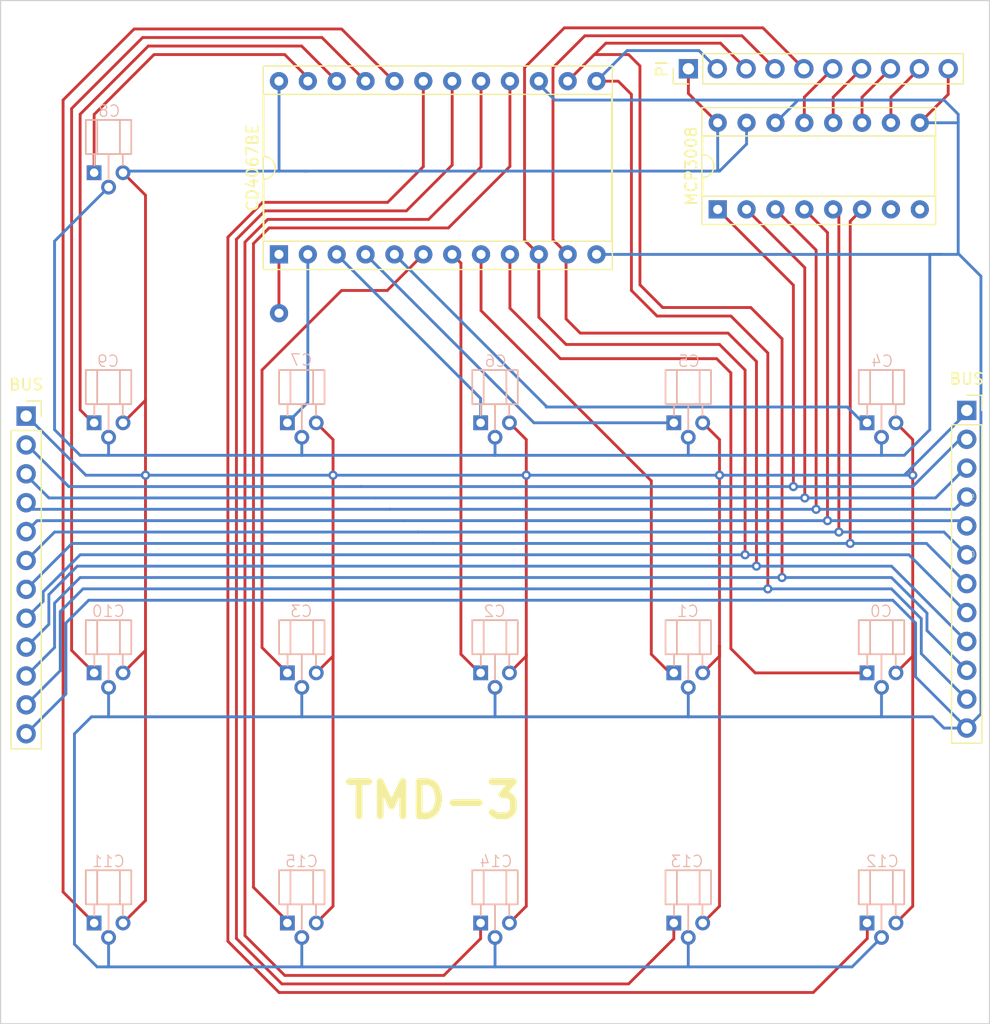
<source format=kicad_pcb>
(kicad_pcb (version 20221018) (generator pcbnew)
  (layers (0 "F.Cu" signal) (31 "B.Cu" signal) (34 "B.Paste" user) (35 "F.Paste" user) (36 "B.SilkS" user "B.Silkscreen") (37 "F.SilkS" user "F.Silkscreen") (38 "B.Mask" user) (39 "F.Mask" user) (44 "Edge.Cuts" user))
  (net 0 "")
  (footprint "" (layer "F.Cu") (at 58.7714 94.1396)
    (fp_text reference "")
    (fp_text value "")
  )
  (footprint "" (layer "F.Cu") (at 109.7714 94.1396)
    (fp_text reference "")
    (fp_text value "")
  )
  (footprint "" (layer "F.Cu") (at 74.5014 117.4096)
    (fp_text reference "")
    (fp_text value "")
  )
  (footprint "" (layer "F.Cu") (at 126.7714 94.1396)
    (fp_text reference "")
    (fp_text value "")
  )
  (footprint "" (layer "F.Cu") (at 92.7714 116.1396)
    (fp_text reference "")
    (fp_text value "")
  )
  (footprint "" (layer "F.Cu") (at 108.5014 73.4096)
    (fp_text reference "")
    (fp_text value "")
  )
  (footprint "" (layer "F.Cu") (at 125.5014 73.4096)
    (fp_text reference "")
    (fp_text value "")
  )
  (footprint "" (layer "F.Cu") (at 75.7714 94.1396)
    (fp_text reference "")
    (fp_text value "")
  )
  (footprint "" (layer "F.Cu") (at 91.5014 73.4096)
    (fp_text reference "")
    (fp_text value "")
  )
  (footprint "" (layer "F.Cu") (at 57.5014 51.4096)
    (fp_text reference "")
    (fp_text value "")
  )
  (footprint "" (layer "F.Cu") (at 57.5014 117.4096)
    (fp_text reference "")
    (fp_text value "")
  )
  (footprint "" (layer "F.Cu") (at 57.5014 95.4096)
    (fp_text reference "")
    (fp_text value "")
  )
  (footprint "" (layer "F.Cu") (at 125.5014 117.4096)
    (fp_text reference "")
    (fp_text value "")
  )
  (footprint "" (layer "F.Cu") (at 109.7714 116.1396)
    (fp_text reference "")
    (fp_text value "")
  )
  (footprint "" (layer "F.Cu") (at 91.5014 117.4096)
    (fp_text reference "")
    (fp_text value "")
  )
  (footprint "" (layer "F.Cu") (at 108.5014 95.4096)
    (fp_text reference "")
    (fp_text value "")
  )
  (footprint "Package_DIP:DIP-16_W7.62mm_Socket" (layer "F.Cu") (at 111.09 53.37 90)
    (fp_text reference "MCP3008")
    (fp_text value "DIP-16_W7.62mm_Socket" hide)
  )
  (footprint "" (layer "F.Cu") (at 74.5014 95.4096)
    (fp_text reference "")
    (fp_text value "")
  )
  (footprint "" (layer "F.Cu") (at 75.7714 116.1396)
    (fp_text reference "")
    (fp_text value "")
  )
  (footprint "Connector_PinSocket_2.54mm:PinSocket_1x12_P2.54mm_Vertical" (layer "F.Cu") (at 50.25 71.55)
    (fp_text reference "BUS")
    (fp_text value "PinSocket_1x12_P2.54mm_Vertical" hide)
  )
  (footprint "" (layer "F.Cu") (at 74.5014 73.4096)
    (fp_text reference "")
    (fp_text value "")
  )
  (footprint "" (layer "F.Cu") (at 58.7714 50.1396)
    (fp_text reference "")
    (fp_text value "")
  )
  (footprint "Package_DIP:DIP-24_W15.24mm_Socket" (layer "F.Cu") (at 72.4916 57.3278 90)
    (fp_text reference "CD4067BE")
    (fp_text value "DIP-24_W15.24mm_Socket" hide)
  )
  (footprint "" (layer "F.Cu") (at 108.5014 117.4096)
    (fp_text reference "")
    (fp_text value "")
  )
  (footprint "Connector_PinSocket_2.54mm:PinSocket_1x12_P2.54mm_Vertical" (layer "F.Cu") (at 133 71.05)
    (fp_text reference "BUS")
    (fp_text value "PinSocket_1x12_P2.54mm_Vertical" hide)
  )
  (footprint "" (layer "F.Cu") (at 58.7714 72.1396)
    (fp_text reference "")
    (fp_text value "")
  )
  (footprint "Connector_PinHeader_2.54mm:PinHeader_1x10_P2.54mm_Vertical" (layer "F.Cu") (at 108.51 41 90)
    (fp_text reference "PI")
    (fp_text value "PinHeader_1x10_P2.54mm_Vertical" hide)
  )
  (footprint "" (layer "F.Cu") (at 92.7714 94.1396)
    (fp_text reference "")
    (fp_text value "")
  )
  (footprint "" (layer "F.Cu") (at 91.5014 95.4096)
    (fp_text reference "")
    (fp_text value "")
  )
  (footprint "" (layer "F.Cu") (at 109.7714 72.1396)
    (fp_text reference "")
    (fp_text value "")
  )
  (footprint "" (layer "F.Cu") (at 58.7714 116.1396)
    (fp_text reference "")
    (fp_text value "")
  )
  (footprint "" (layer "F.Cu") (at 57.5014 73.4096)
    (fp_text reference "")
    (fp_text value "")
  )
  (footprint "" (layer "F.Cu") (at 92.7714 72.1396)
    (fp_text reference "")
    (fp_text value "")
  )
  (footprint "" (layer "F.Cu") (at 75.7714 72.1396)
    (fp_text reference "")
    (fp_text value "")
  )
  (footprint "" (layer "F.Cu") (at 126.7714 72.1396)
    (fp_text reference "")
    (fp_text value "")
  )
  (footprint "" (layer "F.Cu") (at 125.5014 95.4096)
    (fp_text reference "")
    (fp_text value "")
  )
  (footprint "" (layer "F.Cu") (at 126.7714 116.1396)
    (fp_text reference "")
    (fp_text value "")
  )
  (footprint "" (layer "B.Cu") (at 56.2314 72.1396 180)
    (fp_text reference "")
    (fp_text value "")
  )
  (footprint "" (layer "B.Cu") (at 90.2314 94.1396 180)
    (fp_text reference "")
    (fp_text value "")
  )
  (footprint "" (layer "B.Cu") (at 107.2314 116.1396 180)
    (fp_text reference "")
    (fp_text value "")
  )
  (footprint "" (layer "B.Cu") (at 56.2314 50.1396 180)
    (fp_text reference "")
    (fp_text value "")
  )
  (footprint "" (layer "B.Cu") (at 73.2314 116.1396 180)
    (fp_text reference "")
    (fp_text value "")
  )
  (footprint "" (layer "B.Cu") (at 56.2314 116.1396 180)
    (fp_text reference "")
    (fp_text value "")
  )
  (footprint "" (layer "B.Cu") (at 56.2314 94.1396 180)
    (fp_text reference "")
    (fp_text value "")
  )
  (footprint "" (layer "B.Cu") (at 124.2314 94.1396 180)
    (fp_text reference "")
    (fp_text value "")
  )
  (footprint "" (layer "B.Cu") (at 124.2314 72.1396 180)
    (fp_text reference "")
    (fp_text value "")
  )
  (footprint "" (layer "B.Cu") (at 90.2314 116.1396 180)
    (fp_text reference "")
    (fp_text value "")
  )
  (footprint "" (layer "B.Cu") (at 73.2314 72.1396 180)
    (fp_text reference "")
    (fp_text value "")
  )
  (footprint "" (layer "B.Cu") (at 73.2314 94.1396 180)
    (fp_text reference "")
    (fp_text value "")
  )
  (footprint "" (layer "B.Cu") (at 90.2314 72.1396 180)
    (fp_text reference "")
    (fp_text value "")
  )
  (footprint "" (layer "B.Cu") (at 107.2314 72.1396 180)
    (fp_text reference "")
    (fp_text value "")
  )
  (footprint "" (layer "B.Cu") (at 124.2314 116.1396 180)
    (fp_text reference "")
    (fp_text value "")
  )
  (footprint "" (layer "B.Cu") (at 107.2314 94.1396 180)
    (fp_text reference "")
    (fp_text value "")
  )
  (gr_line (start 92.5 111.5) (end 92.5 114.5) (stroke (width 0.15)) (layer "B.SilkS"))
  (gr_line (start 73.25 70.5) (end 73.25 71.5) (stroke (width 0.15)) (layer "B.SilkS"))
  (gr_line (start 73.25 92.5) (end 73.25 93.5) (stroke (width 0.15)) (layer "B.SilkS"))
  (gr_line (start 90.5 89.5) (end 90.5 92.5) (stroke (width 0.15)) (layer "B.SilkS"))
  (gr_line (start 124.5 89.5) (end 124.5 92.5) (stroke (width 0.15)) (layer "B.SilkS"))
  (gr_line (start 124.25 92.5) (end 124.25 93.5) (stroke (width 0.15)) (layer "B.SilkS"))
  (gr_line (start 126.75 92.5) (end 126.75 93.5) (stroke (width 0.15)) (layer "B.SilkS"))
  (gr_line (start 56.5 111.5) (end 56.5 114.5) (stroke (width 0.15)) (layer "B.SilkS"))
  (gr_line (start 90.25 114.5) (end 90.25 115.5) (stroke (width 0.15)) (layer "B.SilkS"))
  (gr_line (start 57.5 48.5) (end 57.5 50.75) (stroke (width 0.15)) (layer "B.SilkS"))
  (gr_line (start 126.5 111.5) (end 126.5 114.5) (stroke (width 0.15)) (layer "B.SilkS"))
  (gr_line (start 58.5 45.5) (end 58.5 48.5) (stroke (width 0.15)) (layer "B.SilkS"))
  (gr_line (start 90.5 111.5) (end 90.5 114.5) (stroke (width 0.15)) (layer "B.SilkS"))
  (gr_line (start 74.5 70.5) (end 74.5 72.75) (stroke (width 0.15)) (layer "B.SilkS"))
  (gr_rect (start 72.5 89.5) (end 76.5 92.5) (stroke (width 0.15)) (fill none) (layer "B.SilkS"))
  (gr_line (start 58.5 111.5) (end 58.5 114.5) (stroke (width 0.15)) (layer "B.SilkS"))
  (gr_rect (start 55.5 67.5) (end 59.5 70.5) (stroke (width 0.15)) (fill none) (layer "B.SilkS"))
  (gr_line (start 57.5 92.5) (end 57.5 94.75) (stroke (width 0.15)) (layer "B.SilkS"))
  (gr_line (start 74.5 114.5) (end 74.5 116.75) (stroke (width 0.15)) (layer "B.SilkS"))
  (gr_line (start 73.25 114.5) (end 73.25 115.5) (stroke (width 0.15)) (layer "B.SilkS"))
  (gr_line (start 107.5 111.5) (end 107.5 114.5) (stroke (width 0.15)) (layer "B.SilkS"))
  (gr_line (start 107.5 67.5) (end 107.5 70.5) (stroke (width 0.15)) (layer "B.SilkS"))
  (gr_line (start 56.5 89.5) (end 56.5 92.5) (stroke (width 0.15)) (layer "B.SilkS"))
  (gr_rect (start 55.5 111.5) (end 59.5 114.5) (stroke (width 0.15)) (fill none) (layer "B.SilkS"))
  (gr_rect (start 72.5 67.5) (end 76.5 70.5) (stroke (width 0.15)) (fill none) (layer "B.SilkS"))
  (gr_line (start 57.5 70.5) (end 57.5 72.75) (stroke (width 0.15)) (layer "B.SilkS"))
  (gr_line (start 57.5 114.5) (end 57.5 116.75) (stroke (width 0.15)) (layer "B.SilkS"))
  (gr_line (start 126.5 67.5) (end 126.5 70.5) (stroke (width 0.15)) (layer "B.SilkS"))
  (gr_line (start 56.25 92.5) (end 56.25 93.5) (stroke (width 0.15)) (layer "B.SilkS"))
  (gr_rect (start 72.5 111.5) (end 76.5 114.5) (stroke (width 0.15)) (fill none) (layer "B.SilkS"))
  (gr_line (start 92.75 92.5) (end 92.75 93.5) (stroke (width 0.15)) (layer "B.SilkS"))
  (gr_line (start 75.75 70.5) (end 75.75 71.5) (stroke (width 0.15)) (layer "B.SilkS"))
  (gr_line (start 73.5 111.5) (end 73.5 114.5) (stroke (width 0.15)) (layer "B.SilkS"))
  (gr_line (start 109.5 67.5) (end 109.5 70.5) (stroke (width 0.15)) (layer "B.SilkS"))
  (gr_line (start 56.5 67.5) (end 56.5 70.5) (stroke (width 0.15)) (layer "B.SilkS"))
  (gr_line (start 124.5 111.5) (end 124.5 114.5) (stroke (width 0.15)) (layer "B.SilkS"))
  (gr_line (start 56.25 70.5) (end 56.25 71.5) (stroke (width 0.15)) (layer "B.SilkS"))
  (gr_line (start 90.5 67.5) (end 90.5 70.5) (stroke (width 0.15)) (layer "B.SilkS"))
  (gr_line (start 109.5 89.5) (end 109.5 92.5) (stroke (width 0.15)) (layer "B.SilkS"))
  (gr_line (start 75.5 67.5) (end 75.5 70.5) (stroke (width 0.15)) (layer "B.SilkS"))
  (gr_line (start 125.5 92.5) (end 125.5 94.75) (stroke (width 0.15)) (layer "B.SilkS"))
  (gr_rect (start 106.5 67.5) (end 110.5 70.5) (stroke (width 0.15)) (fill none) (layer "B.SilkS"))
  (gr_rect (start 106.5 89.5) (end 110.5 92.5) (stroke (width 0.15)) (fill none) (layer "B.SilkS"))
  (gr_rect (start 55.5 45.5) (end 59.5 48.5) (stroke (width 0.15)) (fill none) (layer "B.SilkS"))
  (gr_line (start 107.25 92.5) (end 107.25 93.5) (stroke (width 0.15)) (layer "B.SilkS"))
  (gr_line (start 58.75 92.5) (end 58.75 93.5) (stroke (width 0.15)) (layer "B.SilkS"))
  (gr_line (start 126.5 89.5) (end 126.5 92.5) (stroke (width 0.15)) (layer "B.SilkS"))
  (gr_line (start 107.25 70.5) (end 107.25 71.5) (stroke (width 0.15)) (layer "B.SilkS"))
  (gr_line (start 109.5 111.5) (end 109.5 114.5) (stroke (width 0.15)) (layer "B.SilkS"))
  (gr_line (start 58.5 89.5) (end 58.5 92.5) (stroke (width 0.15)) (layer "B.SilkS"))
  (gr_rect (start 123.5 67.5) (end 127.5 70.5) (stroke (width 0.15)) (fill none) (layer "B.SilkS"))
  (gr_line (start 90.25 70.5) (end 90.25 71.5) (stroke (width 0.15)) (layer "B.SilkS"))
  (gr_line (start 108.5 114.5) (end 108.5 116.75) (stroke (width 0.15)) (layer "B.SilkS"))
  (gr_line (start 75.5 111.5) (end 75.5 114.5) (stroke (width 0.15)) (layer "B.SilkS"))
  (gr_line (start 75.75 114.5) (end 75.75 115.5) (stroke (width 0.15)) (layer "B.SilkS"))
  (gr_line (start 58.75 70.5) (end 58.75 71.5) (stroke (width 0.15)) (layer "B.SilkS"))
  (gr_rect (start 55.5 89.5) (end 59.5 92.5) (stroke (width 0.15)) (fill none) (layer "B.SilkS"))
  (gr_line (start 107.5 89.5) (end 107.5 92.5) (stroke (width 0.15)) (layer "B.SilkS"))
  (gr_line (start 58.75 48.5) (end 58.75 49.5) (stroke (width 0.15)) (layer "B.SilkS"))
  (gr_line (start 126.75 70.5) (end 126.75 71.5) (stroke (width 0.15)) (layer "B.SilkS"))
  (gr_line (start 73.5 89.5) (end 73.5 92.5) (stroke (width 0.15)) (layer "B.SilkS"))
  (gr_line (start 74.5 92.5) (end 74.5 94.75) (stroke (width 0.15)) (layer "B.SilkS"))
  (gr_line (start 109.75 114.5) (end 109.75 115.5) (stroke (width 0.15)) (layer "B.SilkS"))
  (gr_line (start 124.5 67.5) (end 124.5 70.5) (stroke (width 0.15)) (layer "B.SilkS"))
  (gr_line (start 124.25 114.5) (end 124.25 115.5) (stroke (width 0.15)) (layer "B.SilkS"))
  (gr_rect (start 123.5 111.5) (end 127.5 114.5) (stroke (width 0.15)) (fill none) (layer "B.SilkS"))
  (gr_line (start 107.25 114.5) (end 107.25 115.5) (stroke (width 0.15)) (layer "B.SilkS"))
  (gr_line (start 56.5 45.5) (end 56.5 48.5) (stroke (width 0.15)) (layer "B.SilkS"))
  (gr_line (start 109.75 92.5) (end 109.75 93.5) (stroke (width 0.15)) (layer "B.SilkS"))
  (gr_line (start 92.75 114.5) (end 92.75 115.5) (stroke (width 0.15)) (layer "B.SilkS"))
  (gr_line (start 92.5 89.5) (end 92.5 92.5) (stroke (width 0.15)) (layer "B.SilkS"))
  (gr_line (start 125.5 114.5) (end 125.5 116.75) (stroke (width 0.15)) (layer "B.SilkS"))
  (gr_line (start 75.5 89.5) (end 75.5 92.5) (stroke (width 0.15)) (layer "B.SilkS"))
  (gr_line (start 73.5 67.5) (end 73.5 70.5) (stroke (width 0.15)) (layer "B.SilkS"))
  (gr_line (start 58.5 67.5) (end 58.5 70.5) (stroke (width 0.15)) (layer "B.SilkS"))
  (gr_line (start 108.5 70.5) (end 108.5 72.75) (stroke (width 0.15)) (layer "B.SilkS"))
  (gr_line (start 125.5 70.5) (end 125.5 72.75) (stroke (width 0.15)) (layer "B.SilkS"))
  (gr_rect (start 89.5 89.5) (end 93.5 92.5) (stroke (width 0.15)) (fill none) (layer "B.SilkS"))
  (gr_rect (start 123.5 89.5) (end 127.5 92.5) (stroke (width 0.15)) (fill none) (layer "B.SilkS"))
  (gr_rect (start 89.5 67.5) (end 93.5 70.5) (stroke (width 0.15)) (fill none) (layer "B.SilkS"))
  (gr_line (start 92.75 70.5) (end 92.75 71.5) (stroke (width 0.15)) (layer "B.SilkS"))
  (gr_line (start 58.75 114.5) (end 58.75 115.5) (stroke (width 0.15)) (layer "B.SilkS"))
  (gr_line (start 108.5 92.5) (end 108.5 94.75) (stroke (width 0.15)) (layer "B.SilkS"))
  (gr_line (start 56.25 48.5) (end 56.25 49.5) (stroke (width 0.15)) (layer "B.SilkS"))
  (gr_line (start 109.75 70.5) (end 109.75 71.5) (stroke (width 0.15)) (layer "B.SilkS"))
  (gr_line (start 124.25 70.5) (end 124.25 71.5) (stroke (width 0.15)) (layer "B.SilkS"))
  (gr_line (start 92.5 67.5) (end 92.5 70.5) (stroke (width 0.15)) (layer "B.SilkS"))
  (gr_rect (start 106.5 111.5) (end 110.5 114.5) (stroke (width 0.15)) (fill none) (layer "B.SilkS"))
  (gr_line (start 75.75 92.5) (end 75.75 93.5) (stroke (width 0.15)) (layer "B.SilkS"))
  (gr_line (start 91.5 92.5) (end 91.5 94.75) (stroke (width 0.15)) (layer "B.SilkS"))
  (gr_line (start 90.25 92.5) (end 90.25 93.5) (stroke (width 0.15)) (layer "B.SilkS"))
  (gr_line (start 91.5 114.5) (end 91.5 116.75) (stroke (width 0.15)) (layer "B.SilkS"))
  (gr_rect (start 89.5 111.5) (end 93.5 114.5) (stroke (width 0.15)) (fill none) (layer "B.SilkS"))
  (gr_line (start 91.5 70.5) (end 91.5 72.75) (stroke (width 0.15)) (layer "B.SilkS"))
  (gr_line (start 56.25 114.5) (end 56.25 115.5) (stroke (width 0.15)) (layer "B.SilkS"))
  (gr_line (start 126.75 114.5) (end 126.75 115.5) (stroke (width 0.15)) (layer "B.SilkS"))
  (gr_rect (start 48 35) (end 135 125) (stroke (width 0.1)) (fill none) (layer "Edge.Cuts"))
  (gr_text "C10" (at 59 89.3) (layer "B.SilkS") (effects (font (size 1 1) (thickness 0.1)) (justify left bottom mirror)))
  (gr_text "C11" (at 59 111.3) (layer "B.SilkS") (effects (font (size 1 1) (thickness 0.1)) (justify left bottom mirror)))
  (gr_text "C12" (at 127.1 111.3) (layer "B.SilkS") (effects (font (size 1 1) (thickness 0.1)) (justify left bottom mirror)))
  (gr_text "C8\n" (at 58.6 45.3) (layer "B.SilkS") (effects (font (size 1 1) (thickness 0.1)) (justify left bottom mirror)))
  (gr_text "C4" (at 126.6 67.3) (layer "B.SilkS") (effects (font (size 1 1) (thickness 0.1)) (justify left bottom mirror)))
  (gr_text "C2" (at 92.5 89.3) (layer "B.SilkS") (effects (font (size 1 1) (thickness 0.1)) (justify left bottom mirror)))
  (gr_text "C1" (at 109.5 89.3) (layer "B.SilkS") (effects (font (size 1 1) (thickness 0.1)) (justify left bottom mirror)))
  (gr_text "C3" (at 75.5 89.3) (layer "B.SilkS") (effects (font (size 1 1) (thickness 0.1)) (justify left bottom mirror)))
  (gr_text "C6" (at 92.6 67.3) (layer "B.SilkS") (effects (font (size 1 1) (thickness 0.1)) (justify left bottom mirror)))
  (gr_text "C13" (at 109.9 111.3) (layer "B.SilkS") (effects (font (size 1 1) (thickness 0.1)) (justify left bottom mirror)))
  (gr_text "C14" (at 93.1 111.3) (layer "B.SilkS") (effects (font (size 1 1) (thickness 0.1)) (justify left bottom mirror)))
  (gr_text "C15" (at 76 111.3) (layer "B.SilkS") (effects (font (size 1 1) (thickness 0.1)) (justify left bottom mirror)))
  (gr_text "C0" (at 126.5 89.3) (layer "B.SilkS") (effects (font (size 1 1) (thickness 0.1)) (justify left bottom mirror)))
  (gr_text "C9" (at 58.5 67.3) (layer "B.SilkS") (effects (font (size 1 1) (thickness 0.1)) (justify left bottom mirror)))
  (gr_text "C5" (at 109.6 67.3) (layer "B.SilkS") (effects (font (size 1 1) (thickness 0.1)) (justify left bottom mirror)))
  (gr_text "C7" (at 75.5 67.2) (layer "B.SilkS") (effects (font (size 1 1) (thickness 0.1)) (justify left bottom mirror)))
  (gr_text "S0" (at 132.75 84) (layer "F.SilkS") (effects (font (size 0.5 0.5) (thickness 0.05)) (justify left bottom)))
  (gr_text "TMD-3" (at 78 107.1) (layer "F.SilkS") (effects (font (size 3 3) (thickness 0.6) bold) (justify left bottom)))
  (gr_text "E2" (at 132.75 79) (layer "F.SilkS") (effects (font (size 0.5 0.5) (thickness 0.05)) (justify left bottom)))
  (segment (start 94.1 56.0762) (end 95.3516 57.3278) (width 0.25) (layer "F.Cu") (net 0))
  (segment (start 103.5 60.5) (end 103.5 43.25) (width 0.25) (layer "F.Cu") (net 0))
  (segment (start 97.5 57.7194) (end 97.8916 57.3278) (width 0.25) (layer "F.Cu") (net 0))
  (segment (start 82.6516 42.0878) (end 82.5878 42.0878) (width 0.25) (layer "F.Cu") (net 0))
  (segment (start 71 67.5) (end 78 60.5) (width 0.25) (layer "F.Cu") (net 0))
  (segment (start 118.71 45.75) (end 118.71 43.5) (width 0.25) (layer "F.Cu") (net 0))
  (segment (start 82.5878 42.0878) (end 78 37.5) (width 0.25) (layer "F.Cu") (net 0))
  (segment (start 85.9916 82.7416) (end 86 82.75) (width 0.25) (layer "F.Cu") (net 0))
  (segment (start 71.5 54.25) (end 69.5 56.25) (width 0.25) (layer "F.Cu") (net 0))
  (segment (start 88.5 92.5) (end 88.5 58.0962) (width 0.25) (layer "F.Cu") (net 0))
  (segment (start 54.25 44.5) (end 60.5 38.25) (width 0.25) (layer "F.Cu") (net 0))
  (segment (start 60.75 114.161) (end 58.7714 116.1396) (width 0.25) (layer "F.Cu") (net 0))
  (segment (start 97.75 65.25) (end 95.3516 62.8516) (width 0.25) (layer "F.Cu") (net 0))
  (segment (start 119.75 79.5) (end 119.75 56.95) (width 0.25) (layer "F.Cu") (net 0))
  (segment (start 82.05 52.75) (end 85.1916 49.6084) (width 0.25) (layer "F.Cu") (net 0))
  (segment (start 121.25 43.5) (end 121.25 45.75) (width 0.25) (layer "F.Cu") (net 0))
  (segment (start 104.25 60) (end 104.25 40.75) (width 0.25) (layer "F.Cu") (net 0))
  (segment (start 122.75 82.75) (end 122.75 54.41) (width 0.25) (layer "F.Cu") (net 0))
  (segment (start 111.25 76.75) (end 111.25 91.75) (width 0.25) (layer "F.Cu") (net 0))
  (segment (start 56.1396 72.1396) (end 55 71) (width 0.25) (layer "F.Cu") (net 0))
  (segment (start 72.4916 62.4916) (end 72.5 62.5) (width 0.25) (layer "F.Cu") (net 0))
  (segment (start 114.5 84.75) (end 114.5 66.75) (width 0.25) (layer "F.Cu") (net 0))
  (segment (start 61.5 39.75) (end 73 39.75) (width 0.25) (layer "F.Cu") (net 0))
  (segment (start 59.75 37.5) (end 53.5 43.75) (width 0.25) (layer "F.Cu") (net 0))
  (segment (start 69.5 117.25) (end 73 120.75) (width 0.25) (layer "F.Cu") (net 0))
  (segment (start 124.25 117.5) (end 119.5 122.25) (width 0.25) (layer "F.Cu") (net 0))
  (segment (start 90.1396 94.1396) (end 88.5 92.5) (width 0.25) (layer "F.Cu") (net 0))
  (segment (start 114.5 66.75) (end 112 64.25) (width 0.25) (layer "F.Cu") (net 0))
  (segment (start 72.3194 57.5) (end 72.4916 57.3278) (width 0.25) (layer "F.Cu") (net 0))
  (segment (start 113.5 67.5) (end 111.25 65.25) (width 0.25) (layer "F.Cu") (net 0))
  (segment (start 123.75 41) (end 121.25 43.5) (width 0.25) (layer "F.Cu") (net 0))
  (segment (start 116.13 41) (end 113.23 38.1) (width 0.25) (layer "F.Cu") (net 0))
  (segment (start 124.2314 94.1396) (end 114.3896 94.1396) (width 0.25) (layer "F.Cu") (net 0))
  (segment (start 100.2294 39.75) (end 100.25 39.75) (width 0.25) (layer "F.Cu") (net 0))
  (segment (start 77.25 76.75) (end 77.25 73.6182) (width 0.25) (layer "F.Cu") (net 0))
  (segment (start 94.1 40.9) (end 94.1 56.0762) (width 0.25) (layer "F.Cu") (net 0))
  (segment (start 61 39) (end 74.4838 39) (width 0.25) (layer "F.Cu") (net 0))
  (segment (start 111.25 73.6182) (end 111.25 76.75) (width 0.25) (layer "F.Cu") (net 0))
  (segment (start 87.4 55) (end 71.625 55) (width 0.25) (layer "F.Cu") (net 0))
  (segment (start 118.67 41) (end 115.07 37.4) (width 0.25) (layer "F.Cu") (net 0))
  (segment (start 106.8896 94.1396) (end 107.2314 94.1396) (width 0.25) (layer "F.Cu") (net 0))
  (segment (start 85.65 54.25) (end 71.5 54.25) (width 0.25) (layer "F.Cu") (net 0))
  (segment (start 58.7714 94.1396) (end 60.75 92.161) (width 0.25) (layer "F.Cu") (net 0))
  (segment (start 99 64.25) (end 97.75 63) (width 0.25) (layer "F.Cu") (net 0))
  (segment (start 105.25 92.5) (end 106.8896 94.1396) (width 0.25) (layer "F.Cu") (net 0))
  (segment (start 83.4916 80.7416) (end 83.5 80.75) (width 0.25) (layer "F.Cu") (net 0))
  (segment (start 111.34 38.75) (end 113.59 41) (width 0.25) (layer "F.Cu") (net 0))
  (segment (start 60.5 38.25) (end 76.2738 38.25) (width 0.25) (layer "F.Cu") (net 0))
  (segment (start 111.25 91.75) (end 111.25 114.661) (width 0.25) (layer "F.Cu") (net 0))
  (segment (start 128.25 73.6182) (end 126.7714 72.1396) (width 0.25) (layer "F.Cu") (net 0))
  (segment (start 73.25 116.1582) (end 73.2314 116.1396) (width 0.25) (layer "F.Cu") (net 0))
  (segment (start 92.8116 42.0878) (end 92.8116 49.5884) (width 0.25) (layer "F.Cu") (net 0))
  (segment (start 115.5 66) (end 112.25 62.75) (width 0.25) (layer "F.Cu") (net 0))
  (segment (start 128.25 92.661) (end 128.25 92.5) (width 0.25) (layer "F.Cu") (net 0))
  (segment (start 88.5 58.0962) (end 87.7316 57.3278) (width 0.25) (layer "F.Cu") (net 0))
  (segment (start 94.25 92.5) (end 94.25 114.661) (width 0.25) (layer "F.Cu") (net 0))
  (segment (start 111.25 65.25) (end 97.75 65.25) (width 0.25) (layer "F.Cu") (net 0))
  (segment (start 74.4838 39) (end 77.5716 42.0878) (width 0.25) (layer "F.Cu") (net 0))
  (segment (start 82.0194 60.5) (end 85.1916 57.3278) (width 0.25) (layer "F.Cu") (net 0))
  (segment (start 111.25 92.661) (end 111.25 91.75) (width 0.25) (layer "F.Cu") (net 0))
  (segment (start 94.25 92.661) (end 94.25 92.5) (width 0.25) (layer "F.Cu") (net 0))
  (segment (start 115.07 37.4) (end 97.6 37.4) (width 0.25) (layer "F.Cu") (net 0))
  (segment (start 103.5 43.25) (end 102.3378 42.0878) (width 0.25) (layer "F.Cu") (net 0))
  (segment (start 112.25 67.75) (end 111 66.5) (width 0.25) (layer "F.Cu") (net 0))
  (segment (start 118.71 43.5) (end 121.21 41) (width 0.25) (layer "F.Cu") (net 0))
  (segment (start 92.8116 62.0616) (end 92.8116 57.3278) (width 0.25) (layer "F.Cu") (net 0))
  (segment (start 128.25 114.661) (end 126.7714 116.1396) (width 0.25) (layer "F.Cu") (net 0))
  (segment (start 71 91.9082) (end 71 67.5) (width 0.25) (layer "F.Cu") (net 0))
  (segment (start 82.2416 79.7416) (end 82.25 79.75) (width 0.25) (layer "F.Cu") (net 0))
  (segment (start 54.25 92.1582) (end 54.25 44.5) (width 0.25) (layer "F.Cu") (net 0))
  (segment (start 117.75 60.03) (end 111.09 53.37) (width 0.25) (layer "F.Cu") (net 0))
  (segment (start 118.75 58.49) (end 113.63 53.37) (width 0.25) (layer "F.Cu") (net 0))
  (segment (start 58.7714 72.1396) (end 60.75 70.161) (width 0.25) (layer "F.Cu") (net 0))
  (segment (start 56.2314 45.0186) (end 61.5 39.75) (width 0.25) (layer "F.Cu") (net 0))
  (segment (start 105.25 77.25) (end 105.25 92.5) (width 0.25) (layer "F.Cu") (net 0))
  (segment (start 58.7714 50.1396) (end 60.75 52.1182) (width 0.25) (layer "F.Cu") (net 0))
  (segment (start 68 117.75) (end 68 55.8125) (width 0.25) (layer "F.Cu") (net 0))
  (segment (start 111 66.5) (end 97.25 66.5) (width 0.25) (layer "F.Cu") (net 0))
  (segment (start 71.625 55) (end 70.25 56.375) (width 0.25) (layer "F.Cu") (net 0))
  (segment (start 70.25 113) (end 73.2314 115.9814) (width 0.25) (layer "F.Cu") (net 0))
  (segment (start 71.25 53.5) (end 83.7 53.5) (width 0.25) (layer "F.Cu") (net 0))
  (segment (start 78 37.5) (end 59.75 37.5) (width 0.25) (layer "F.Cu") (net 0))
  (segment (start 107.2314 117.5186) (end 103.25 121.5) (width 0.25) (layer "F.Cu") (net 0))
  (segment (start 116.75 85.75) (end 116.75 64.75) (width 0.25) (layer "F.Cu") (net 0))
  (segment (start 131.37 43.25) (end 131.37 41) (width 0.25) (layer "F.Cu") (net 0))
  (segment (start 97.25 66.5) (end 92.8116 62.0616) (width 0.25) (layer "F.Cu") (net 0))
  (segment (start 73.2314 115.9814) (end 73.2314 116.1396) (width 0.25) (layer "F.Cu") (net 0))
  (segment (start 103.25 121.5) (end 72.75 121.5) (width 0.25) (layer "F.Cu") (net 0))
  (segment (start 85.1916 49.6084) (end 85.1916 42.0878) (width 0.25) (layer "F.Cu") (net 0))
  (segment (start 79.7416 77.7416) (end 79.75 77.75) (width 0.25) (layer "F.Cu") (net 0))
  (segment (start 77.25 92.25) (end 77.25 114.661) (width 0.25) (layer "F.Cu") (net 0))
  (segment (start 122.75 54.41) (end 123.79 53.37) (width 0.25) (layer "F.Cu") (net 0))
  (segment (start 114.3896 94.1396) (end 112.25 92) (width 0.25) (layer "F.Cu") (net 0))
  (segment (start 92.7714 94.1396) (end 94.25 92.661) (width 0.25) (layer "F.Cu") (net 0))
  (segment (start 68 55.8125) (end 71.0625 52.75) (width 0.25) (layer "F.Cu") (net 0))
  (segment (start 83.7 53.5) (end 87.7316 49.4684) (width 0.25) (layer "F.Cu") (net 0))
  (segment (start 102.3378 42.0878) (end 100.4316 42.0878) (width 0.25) (layer "F.Cu") (net 0))
  (segment (start 107.2314 116.1396) (end 107.2314 117.5186) (width 0.25) (layer "F.Cu") (net 0))
  (segment (start 95.3516 62.8516) (end 95.3516 57.3278) (width 0.25) (layer "F.Cu") (net 0))
  (segment (start 75.7714 94.1396) (end 77.25 92.661) (width 0.25) (layer "F.Cu") (net 0))
  (segment (start 112.25 92) (end 112.25 67.75) (width 0.25) (layer "F.Cu") (net 0))
  (segment (start 109.7714 94.1396) (end 111.25 92.661) (width 0.25) (layer "F.Cu") (net 0))
  (segment (start 126.25 45.75) (end 126.33 45.75) (width 0.25) (layer "F.Cu") (net 0))
  (segment (start 56.2314 116.1396) (end 56.2314 115.9814) (width 0.25) (layer "F.Cu") (net 0))
  (segment (start 90.2314 117.5186) (end 90.2314 116.1396) (width 0.25) (layer "F.Cu") (net 0))
  (segment (start 70.25 56.375) (end 70.25 113) (width 0.25) (layer "F.Cu") (net 0))
  (segment (start 84.7416 81.7416) (end 84.75 81.75) (width 0.25) (layer "F.Cu") (net 0))
  (segment (start 60.75 92) (end 60.75 114.161) (width 0.25) (layer "F.Cu") (net 0))
  (segment (start 76.2738 38.25) (end 80.1116 42.0878) (width 0.25) (layer "F.Cu") (net 0))
  (segment (start 77.25 114.661) (end 75.7714 116.1396) (width 0.25) (layer "F.Cu") (net 0))
  (segment (start 71.0625 52.75) (end 82.05 52.75) (width 0.25) (layer "F.Cu") (net 0))
  (segment (start 97.6 37.4) (end 94.1 40.9) (width 0.25) (layer "F.Cu") (net 0))
  (segment (start 123.79 45.75) (end 124.25 45.29) (width 0.25) (layer "F.Cu") (net 0))
  (segment (start 108.51 43.17) (end 108.51 41) (width 0.25) (layer "F.Cu") (net 0))
  (segment (start 97.8916 57.3278) (end 97.75 57.4694) (width 0.25) (layer "F.Cu") (net 0))
  (segment (start 100.2294 39.75) (end 97.8916 42.0878) (width 0.25) (layer "F.Cu") (net 0))
  (segment (start 117.75 77.75) (end 117.75 60.03) (width 0.25) (layer "F.Cu") (net 0))
  (segment (start 116.75 64.75) (end 114 62) (width 0.25) (layer "F.Cu") (net 0))
  (segment (start 96.6 56.0362) (end 97.8916 57.3278) (width 0.25) (layer "F.Cu") (net 0))
  (segment (start 55 71) (end 55 45) (width 0.25) (layer "F.Cu") (net 0))
  (segment (start 111.25 114.661) (end 109.7714 116.1396) (width 0.25) (layer "F.Cu") (net 0))
  (segment (start 112 64.25) (end 99 64.25) (width 0.25) (layer "F.Cu") (net 0))
  (segment (start 111.09 45.75) (end 108.51 43.17) (width 0.25) (layer "F.Cu") (net 0))
  (segment (start 60.75 70.161) (end 60.75 70) (width 0.25) (layer "F.Cu") (net 0))
  (segment (start 94.25 73.6182) (end 92.7714 72.1396) (width 0.25) (layer "F.Cu") (net 0))
  (segment (start 113.5 83.75) (end 113.5 67.5) (width 0.25) (layer "F.Cu") (net 0))
  (segment (start 101.25 38.75) (end 111.34 38.75) (width 0.25) (layer "F.Cu") (net 0))
  (segment (start 90.2716 57.3278) (end 90.2716 62.2716) (width 0.25) (layer "F.Cu") (net 0))
  (segment (start 60.75 70) (end 60.75 76.75) (width 0.25) (layer "F.Cu") (net 0))
  (segment (start 114 62) (end 106.25 62) (width 0.25) (layer "F.Cu") (net 0))
  (segment (start 126.33 45.75) (end 126.33 43.5) (width 0.25) (layer "F.Cu") (net 0))
  (segment (start 73 39.75) (end 75.0316 41.7816) (width 0.25) (layer "F.Cu") (net 0))
  (segment (start 124.2314 116.1396) (end 124.25 116.1582) (width 0.25) (layer "F.Cu") (net 0))
  (segment (start 72.75 121.5) (end 68.75 117.5) (width 0.25) (layer "F.Cu") (net 0))
  (segment (start 60.75 76.75) (end 60.75 92) (width 0.25) (layer "F.Cu") (net 0))
  (segment (start 55 45) (end 61 39) (width 0.25) (layer "F.Cu") (net 0))
  (segment (start 73 120.75) (end 87 120.75) (width 0.25) (layer "F.Cu") (net 0))
  (segment (start 104.25 40.75) (end 103.25 39.75) (width 0.25) (layer "F.Cu") (net 0))
  (segment (start 118.75 78.75) (end 118.75 58.49) (width 0.25) (layer "F.Cu") (net 0))
  (segment (start 120.75 55.41) (end 118.71 53.37) (width 0.25) (layer "F.Cu") (net 0))
  (segment (start 87.7316 49.4684) (end 87.7316 42.0878) (width 0.25) (layer "F.Cu") (net 0))
  (segment (start 128.25 76.75) (end 128.25 73.6182) (width 0.25) (layer "F.Cu") (net 0))
  (segment (start 128.25 76.75) (end 128.25 92.5) (width 0.25) (layer "F.Cu") (net 0))
  (segment (start 90.2716 62.2716) (end 105.25 77.25) (width 0.25) (layer "F.Cu") (net 0))
  (segment (start 92.8116 49.5884) (end 87.4 55) (width 0.25) (layer "F.Cu") (net 0))
  (segment (start 121.75 81.75) (end 121.75 53.87) (width 0.25) (layer "F.Cu") (net 0))
  (segment (start 94.25 114.661) (end 92.7714 116.1396) (width 0.25) (layer "F.Cu") (net 0))
  (segment (start 124.25 116.1582) (end 124.25 117.5) (width 0.25) (layer "F.Cu") (net 0))
  (segment (start 77.25 76.75) (end 77.25 92.25) (width 0.25) (layer "F.Cu") (net 0))
  (segment (start 128.25 92.5) (end 128.25 114.661) (width 0.25) (layer "F.Cu") (net 0))
  (segment (start 94.25 76.75) (end 94.25 92.5) (width 0.25) (layer "F.Cu") (net 0))
  (segment (start 113.23 38.1) (end 99.4 38.1) (width 0.25) (layer "F.Cu") (net 0))
  (segment (start 103.25 39.75) (end 100.2294 39.75) (width 0.25) (layer "F.Cu") (net 0))
  (segment (start 53.5 43.75) (end 53.5 113.4082) (width 0.25) (layer "F.Cu") (net 0))
  (segment (start 56.2314 50.1396) (end 56.2314 45.0186) (width 0.25) (layer "F.Cu") (net 0))
  (segment (start 56.2314 94.1396) (end 54.25 92.1582) (width 0.25) (layer "F.Cu") (net 0))
  (segment (start 72.5 122.25) (end 68 117.75) (width 0.25) (layer "F.Cu") (net 0))
  (segment (start 53.5 113.4082) (end 56.2314 116.1396) (width 0.25) (layer "F.Cu") (net 0))
  (segment (start 80.9916 78.7416) (end 81 78.75) (width 0.25) (layer "F.Cu") (net 0))
  (segment (start 112.25 62.75) (end 105.75 62.75) (width 0.25) (layer "F.Cu") (net 0))
  (segment (start 90.2716 49.6284) (end 90.2716 42.0878) (width 0.25) (layer "F.Cu") (net 0))
  (segment (start 105.75 62.75) (end 103.5 60.5) (width 0.25) (layer "F.Cu") (net 0))
  (segment (start 73.2314 94.1396) (end 71 91.9082) (width 0.25) (layer "F.Cu") (net 0))
  (segment (start 126.33 43.5) (end 128.83 41) (width 0.25) (layer "F.Cu") (net 0))
  (segment (start 78 60.5) (end 82.0194 60.5) (width 0.25) (layer "F.Cu") (net 0))
  (segment (start 100.25 39.75) (end 101.25 38.75) (width 0.25) (layer "F.Cu") (net 0))
  (segment (start 77.25 73.6182) (end 75.7714 72.1396) (width 0.25) (layer "F.Cu") (net 0))
  (segment (start 68.75 117.5) (end 68.75 56) (width 0.25) (layer "F.Cu") (net 0))
  (segment (start 60.75 52.1182) (end 60.75 70) (width 0.25) (layer "F.Cu") (net 0))
  (segment (start 119.5 122.25) (end 72.5 122.25) (width 0.25) (layer "F.Cu") (net 0))
  (segment (start 119.75 56.95) (end 116.17 53.37) (width 0.25) (layer "F.Cu") (net 0))
  (segment (start 123.79 43.5) (end 123.79 45.75) (width 0.25) (layer "F.Cu") (net 0))
  (segment (start 77.25 92.661) (end 77.25 92.25) (width 0.25) (layer "F.Cu") (net 0))
  (segment (start 87 120.75) (end 90.2314 117.5186) (width 0.25) (layer "F.Cu") (net 0))
  (segment (start 56.2314 72.1396) (end 56.1396 72.1396) (width 0.25) (layer "F.Cu") (net 0))
  (segment (start 72.4916 57.3278) (end 72.4916 62.4916) (width 0.25) (layer "F.Cu") (net 0))
  (segment (start 94.25 76.75) (end 94.25 73.6182) (width 0.25) (layer "F.Cu") (net 0))
  (segment (start 97.75 57.4694) (end 97.75 63) (width 0.25) (layer "F.Cu") (net 0))
  (segment (start 99.4 38.1) (end 96.6 40.9) (width 0.25) (layer "F.Cu") (net 0))
  (segment (start 90.2314 94.1396) (end 90.1396 94.1396) (width 0.25) (layer "F.Cu") (net 0))
  (segment (start 90.2716 49.6284) (end 85.65 54.25) (width 0.25) (layer "F.Cu") (net 0))
  (segment (start 106.25 62) (end 104.25 60) (width 0.25) (layer "F.Cu") (net 0))
  (segment (start 109.7714 72.1396) (end 111.25 73.6182) (width 0.25) (layer "F.Cu") (net 0))
  (segment (start 60.75 92.161) (end 60.75 92) (width 0.25) (layer "F.Cu") (net 0))
  (segment (start 128.87 45.75) (end 131.37 43.25) (width 0.25) (layer "F.Cu") (net 0))
  (segment (start 68.75 56) (end 71.25 53.5) (width 0.25) (layer "F.Cu") (net 0))
  (segment (start 69.5 56.25) (end 69.5 117.25) (width 0.25) (layer "F.Cu") (net 0))
  (segment (start 126.29 41) (end 123.79 43.5) (width 0.25) (layer "F.Cu") (net 0))
  (segment (start 96.6 40.9) (end 96.6 56.0362) (width 0.25) (layer "F.Cu") (net 0))
  (segment (start 126.7714 94.1396) (end 128.25 92.661) (width 0.25) (layer "F.Cu") (net 0))
  (segment (start 121.75 53.87) (end 121.25 53.37) (width 0.25) (layer "F.Cu") (net 0))
  (segment (start 120.75 80.75) (end 120.75 55.41) (width 0.25) (layer "F.Cu") (net 0))
  (segment (start 115.5 86.75) (end 115.5 66) (width 0.25) (layer "F.Cu") (net 0))
  (via (at 94.25 76.75) (size 0.8) (drill 0.4) (layers "F.Cu" "B.Cu") (net 0))
  (via (at 118.75 78.75) (size 0.8) (drill 0.4) (layers "F.Cu" "B.Cu") (net 0))
  (via (at 72.5 62.5) (size 1.6) (drill 0.8) (layers "F.Cu" "B.Cu") (net 0))
  (via (at 60.75 76.75) (size 0.8) (drill 0.4) (layers "F.Cu" "B.Cu") (net 0))
  (via (at 77.25 76.75) (size 0.8) (drill 0.4) (layers "F.Cu" "B.Cu") (net 0))
  (via (at 119.75 79.75) (size 0.8) (drill 0.4) (layers "F.Cu" "B.Cu") (net 0))
  (via (at 121.75 81.75) (size 0.8) (drill 0.4) (layers "F.Cu" "B.Cu") (net 0))
  (via (at 115.5 86.75) (size 0.8) (drill 0.4) (layers "F.Cu" "B.Cu") (net 0))
  (via (at 117.75 77.75) (size 0.8) (drill 0.4) (layers "F.Cu" "B.Cu") (net 0))
  (via (at 111.25 76.75) (size 0.8) (drill 0.4) (layers "F.Cu" "B.Cu") (net 0))
  (via (at 116.75 85.75) (size 0.8) (drill 0.4) (layers "F.Cu" "B.Cu") (net 0))
  (via (at 113.5 83.75) (size 0.8) (drill 0.4) (layers "F.Cu" "B.Cu") (net 0))
  (via (at 122.75 82.75) (size 0.8) (drill 0.4) (layers "F.Cu" "B.Cu") (net 0))
  (via (at 120.75 80.75) (size 0.8) (drill 0.4) (layers "F.Cu" "B.Cu") (net 0))
  (via (at 128.25 76.75) (size 0.8) (drill 0.4) (layers "F.Cu" "B.Cu") (net 0))
  (via (at 114.5 84.75) (size 0.8) (drill 0.4) (layers "F.Cu" "B.Cu") (net 0))
  (segment (start 129.75 57.3278) (end 130.75 57.3278) (width 0.25) (layer "B.Cu") (net 0))
  (segment (start 51.75 87) (end 55 83.75) (width 0.25) (layer "B.Cu") (net 0))
  (segment (start 54 77.75) (end 50.34 74.09) (width 0.25) (layer "B.Cu") (net 0))
  (segment (start 128.25 43.75) (end 96.7638 43.75) (width 0.25) (layer "B.Cu") (net 0))
  (segment (start 108.5014 119.9986) (end 108.5 120) (width 0.25) (layer "B.Cu") (net 0))
  (segment (start 119.75 79.75) (end 50.83 79.75) (width 0.25) (layer "B.Cu") (net 0))
  (segment (start 54.29 82.75) (end 50.25 86.79) (width 0.25) (layer "B.Cu") (net 0))
  (segment (start 134.25 59.25) (end 132.25 57.25) (width 0.25) (layer "B.Cu") (net 0))
  (segment (start 118.17 43.75) (end 116.17 45.75) (width 0.25) (layer "B.Cu") (net 0))
  (segment (start 132.95 71.3) (end 132.95 71.05) (width 0.25) (layer "B.Cu") (net 0))
  (segment (start 122.911 120) (end 125.5014 117.4096) (width 0.25) (layer "B.Cu") (net 0))
  (segment (start 126.38 84.75) (end 133 91.37) (width 0.25) (layer "B.Cu") (net 0))
  (segment (start 74.5 75) (end 57.5 75) (width 0.25) (layer "B.Cu") (net 0))
  (segment (start 129 92.45) (end 133 96.45) (width 0.25) (layer "B.Cu") (net 0))
  (segment (start 55 75) (end 52.75 72.75) (width 0.25) (layer "B.Cu") (net 0))
  (segment (start 100.4316 42.0878) (end 103.1194 39.4) (width 0.25) (layer "B.Cu") (net 0))
  (segment (start 53.75 95.99) (end 53.75 89.75) (width 0.25) (layer "B.Cu") (net 0))
  (segment (start 74.5 98) (end 57.5 98) (width 0.25) (layer "B.Cu") (net 0))
  (segment (start 94.25 76.75) (end 111.25 76.75) (width 0.25) (layer "B.Cu") (net 0))
  (segment (start 75.0316 70.3394) (end 73.2314 72.1396) (width 0.25) (layer "B.Cu") (net 0))
  (segment (start 57.5014 95.4096) (end 57.5014 97.9986) (width 0.25) (layer "B.Cu") (net 0))
  (segment (start 50.25 96.95) (end 53.25 93.95) (width 0.25) (layer "B.Cu") (net 0))
  (segment (start 96 70.6762) (end 96 70.75) (width 0.25) (layer "B.Cu") (net 0))
  (segment (start 94.9234 72.1396) (end 80.1116 57.3278) (width 0.25) (layer "B.Cu") (net 0))
  (segment (start 132.25 45) (end 131 43.75) (width 0.25) (layer "B.Cu") (net 0))
  (segment (start 111.25 76.75) (end 128.25 76.75) (width 0.25) (layer "B.Cu") (net 0))
  (segment (start 52.25 89.87) (end 52.25 87.25) (width 0.25) (layer "B.Cu") (net 0))
  (segment (start 131.92 79.75) (end 133 78.67) (width 0.25) (layer "B.Cu") (net 0))
  (segment (start 50.335 89.33) (end 50.25 89.33) (width 0.25) (layer "B.Cu") (net 0))
  (segment (start 54 86.75) (end 52.75 88) (width 0.25) (layer "B.Cu") (net 0))
  (segment (start 52.75 56.161) (end 57.5014 51.4096) (width 0.25) (layer "B.Cu") (net 0))
  (segment (start 108.75 98) (end 108.5 98) (width 0.25) (layer "B.Cu") (net 0))
  (segment (start 52.75 88) (end 52.75 91.91) (width 0.25) (layer "B.Cu") (net 0))
  (segment (start 50.25 76.75) (end 52.25 78.75) (width 0.25) (layer "B.Cu") (net 0))
  (segment (start 91.5014 97.9986) (end 91.5 98) (width 0.25) (layer "B.Cu") (net 0))
  (segment (start 55.75 87.75) (end 126.5 87.75) (width 0.25) (layer "B.Cu") (net 0))
  (segment (start 103.1194 39.4) (end 109.45 39.4) (width 0.25) (layer "B.Cu") (net 0))
  (segment (start 128.5 94.49) (end 133 98.99) (width 0.25) (layer "B.Cu") (net 0))
  (segment (start 108.5014 73.4096) (end 108.5014 74.9986) (width 0.25) (layer "B.Cu") (net 0))
  (segment (start 125.5014 97.9986) (end 125.5 98) (width 0.25) (layer "B.Cu") (net 0))
  (segment (start 74.5014 95.4096) (end 74.5014 97.9986) (width 0.25) (layer "B.Cu") (net 0))
  (segment (start 82.6516 57.3278) (end 96 70.6762) (width 0.25) (layer "B.Cu") (net 0))
  (segment (start 125.5 98) (end 108.75 98) (width 0.25) (layer "B.Cu") (net 0))
  (segment (start 119.75 79.75) (end 131.92 79.75) (width 0.25) (layer "B.Cu") (net 0))
  (segment (start 111.25 50) (end 111.09 49.84) (width 0.25) (layer "B.Cu") (net 0))
  (segment (start 129 89.375) (end 129 92.45) (width 0.25) (layer "B.Cu") (net 0))
  (segment (start 50.25 89.33) (end 51.75 87.83) (width 0.25) (layer "B.Cu") (net 0))
  (segment (start 53.25 88.75) (end 55.25 86.75) (width 0.25) (layer "B.Cu") (net 0))
  (segment (start 74.5014 119.9986) (end 74.5 120) (width 0.25) (layer "B.Cu") (net 0))
  (segment (start 130.99 98.99) (end 133 98.99) (width 0.25) (layer "B.Cu") (net 0))
  (segment (start 128.25 77.75) (end 132.41 73.59) (width 0.25) (layer "B.Cu") (net 0))
  (segment (start 117.75 77.75) (end 54 77.75) (width 0.25) (layer "B.Cu") (net 0))
  (segment (start 129.46 82.75) (end 133 86.29) (width 0.25) (layer "B.Cu") (net 0))
  (segment (start 74.5014 97.9986) (end 74.5 98) (width 0.25) (layer "B.Cu") (net 0))
  (segment (start 131 43.75) (end 128.25 43.75) (width 0.25) (layer "B.Cu") (net 0))
  (segment (start 111.09 49.84) (end 111.09 45.75) (width 0.25) (layer "B.Cu") (net 0))
  (segment (start 74.75 50) (end 111.25 50) (width 0.25) (layer "B.Cu") (net 0))
  (segment (start 52.25 87.25) (end 54.75 84.75) (width 0.25) (layer "B.Cu") (net 0))
  (segment (start 74.5014 73.4096) (end 74.5014 74.9986) (width 0.25) (layer "B.Cu") (net 0))
  (segment (start 108.5 75) (end 91.5 75) (width 0.25) (layer "B.Cu") (net 0))
  (segment (start 58.911 50) (end 75 50) (width 0.25) (layer "B.Cu") (net 0))
  (segment (start 52.75 91.91) (end 50.25 94.41) (width 0.25) (layer "B.Cu") (net 0))
  (segment (start 52.25 78.75) (end 130.25 78.75) (width 0.25) (layer "B.Cu") (net 0))
  (segment (start 120.75 80.75) (end 51.21 80.75) (width 0.25) (layer "B.Cu") (net 0))
  (segment (start 108.5014 97.9986) (end 108.5 98) (width 0.25) (layer "B.Cu") (net 0))
  (segment (start 132.87 76.13) (end 133 76.13) (width 0.25) (layer "B.Cu") (net 0))
  (segment (start 74.5014 117.4096) (end 74.5014 119.9986) (width 0.25) (layer "B.Cu") (net 0))
  (segment (start 132.7 71.05) (end 133 71.05) (width 0.25) (layer "B.Cu") (net 0))
  (segment (start 132.41 73.59) (end 133 73.59) (width 0.25) (layer "B.Cu") (net 0))
  (segment (start 54 86.75) (end 55 85.75) (width 0.25) (layer "B.Cu") (net 0))
  (segment (start 108.5014 117.4096) (end 108.5014 119.9986) (width 0.25) (layer "B.Cu") (net 0))
  (segment (start 50.25 91.87) (end 52.25 89.87) (width 0.25) (layer "B.Cu") (net 0))
  (segment (start 107.2314 72.1396) (end 94.9234 72.1396) (width 0.25) (layer "B.Cu") (net 0))
  (segment (start 52.75 72.75) (end 52.75 56.161) (width 0.25) (layer "B.Cu") (net 0))
  (segment (start 130 98) (end 125.5 98) (width 0.25) (layer "B.Cu") (net 0))
  (segment (start 56.5 120) (end 57.5 120) (width 0.25) (layer "B.Cu") (net 0))
  (segment (start 127.92 83.75) (end 133 88.83) (width 0.25) (layer "B.Cu") (net 0))
  (segment (start 127.5 76.75) (end 132.95 71.3) (width 0.25) (layer "B.Cu") (net 0))
  (segment (start 53.75 89.75) (end 55.75 87.75) (width 0.25) (layer "B.Cu") (net 0))
  (segment (start 122.75 82.75) (end 54.29 82.75) (width 0.25) (layer "B.Cu") (net 0))
  (segment (start 129.5 90.41) (end 133 93.91) (width 0.25) (layer "B.Cu") (net 0))
  (segment (start 55.25 86.75) (end 126.375 86.75) (width 0.25) (layer "B.Cu") (net 0))
  (segment (start 125.5 75) (end 108.5 75) (width 0.25) (layer "B.Cu") (net 0))
  (segment (start 125.5028 75) (end 127.5 75) (width 0.25) (layer "B.Cu") (net 0))
  (segment (start 90.2314 69.9876) (end 77.5716 57.3278) (width 0.25) (layer "B.Cu") (net 0))
  (segment (start 128.5 89.75) (end 128.5 94.49) (width 0.25) (layer "B.Cu") (net 0))
  (segment (start 108.5 98) (end 91.5 98) (width 0.25) (layer "B.Cu") (net 0))
  (segment (start 57.5014 117.4096) (end 57.5014 119.9986) (width 0.25) (layer "B.Cu") (net 0))
  (segment (start 122.75 82.75) (end 129.46 82.75) (width 0.25) (layer "B.Cu") (net 0))
  (segment (start 91.5014 73.4096) (end 91.5014 74.9986) (width 0.25) (layer "B.Cu") (net 0))
  (segment (start 133 83.75) (end 131 81.75) (width 0.25) (layer "B.Cu") (net 0))
  (segment (start 109.45 39.4) (end 111.05 41) (width 0.25) (layer "B.Cu") (net 0))
  (segment (start 126.375 85.75) (end 129.5 88.875) (width 0.25) (layer "B.Cu") (net 0))
  (segment (start 57.5 98) (end 56 98) (width 0.25) (layer "B.Cu") (net 0))
  (segment (start 50.25 76.63) (end 50.25 76.75) (width 0.25) (layer "B.Cu") (net 0))
  (segment (start 113.63 47.62) (end 113.63 45.75) (width 0.25) (layer "B.Cu") (net 0))
  (segment (start 57.5014 97.9986) (end 57.5 98) (width 0.25) (layer "B.Cu") (net 0))
  (segment (start 77.25 76.75) (end 60.75 76.75) (width 0.25) (layer "B.Cu") (net 0))
  (segment (start 57.5 120) (end 74.5 120) (width 0.25) (layer "B.Cu") (net 0))
  (segment (start 122.5 70.75) (end 123.8896 72.1396) (width 0.25) (layer "B.Cu") (net 0))
  (segment (start 126.5 87.75) (end 128.5 89.75) (width 0.25) (layer "B.Cu") (net 0))
  (segment (start 50.83 79.75) (end 50.25 79.17) (width 0.25) (layer "B.Cu") (net 0))
  (segment (start 56 98) (end 54.5 99.5) (width 0.25) (layer "B.Cu") (net 0))
  (segment (start 125.5014 74.9986) (end 125.5 75) (width 0.25) (layer "B.Cu") (net 0))
  (segment (start 129.5 88.875) (end 129.5 90.41) (width 0.25) (layer "B.Cu") (net 0))
  (segment (start 132.25 45.75) (end 132.25 45) (width 0.25) (layer "B.Cu") (net 0))
  (segment (start 91.5 120) (end 108.5 120) (width 0.25) (layer "B.Cu") (net 0))
  (segment (start 55.5 76.75) (end 50.3 71.55) (width 0.25) (layer "B.Cu") (net 0))
  (segment (start 130.75 57.3278) (end 132.1816 57.3278) (width 0.25) (layer "B.Cu") (net 0))
  (segment (start 91.5014 119.9986) (end 91.5 120) (width 0.25) (layer "B.Cu") (net 0))
  (segment (start 117.75 77.75) (end 128.25 77.75) (width 0.25) (layer "B.Cu") (net 0))
  (segment (start 57.5014 73.4096) (end 57.5014 74.9986) (width 0.25) (layer "B.Cu") (net 0))
  (segment (start 120.75 80.75) (end 132.54 80.75) (width 0.25) (layer "B.Cu") (net 0))
  (segment (start 127.5 75) (end 129.75 72.75) (width 0.25) (layer "B.Cu") (net 0))
  (segment (start 57.5014 119.9986) (end 57.5 120) (width 0.25) (layer "B.Cu") (net 0))
  (segment (start 50.25 99.49) (end 53.75 95.99) (width 0.25) (layer "B.Cu") (net 0))
  (segment (start 77.25 76.75) (end 94.25 76.75) (width 0.25) (layer "B.Cu") (net 0))
  (segment (start 75.0316 41.7816) (end 75.0316 42.0878) (width 0.25) (layer "B.Cu") (net 0))
  (segment (start 57.5014 74.9986) (end 57.5 75) (width 0.25) (layer "B.Cu") (net 0))
  (segment (start 52.75 81.75) (end 50.25 84.25) (width 0.25) (layer "B.Cu") (net 0))
  (segment (start 134.25 97.74) (end 134.25 59.25) (width 0.25) (layer "B.Cu") (net 0))
  (segment (start 132.25 57.25) (end 132.25 45.75) (width 0.25) (layer "B.Cu") (net 0))
  (segment (start 91.5014 74.9986) (end 91.5 75) (width 0.25) (layer "B.Cu") (net 0))
  (segment (start 129.75 72.75) (end 129.75 57.3278) (width 0.25) (layer "B.Cu") (net 0))
  (segment (start 60.75 76.75) (end 55.5 76.75) (width 0.25) (layer "B.Cu") (net 0))
  (segment (start 111.25 50) (end 113.63 47.62) (width 0.25) (layer "B.Cu") (net 0))
  (segment (start 72.5 50) (end 72.5 42.0962) (width 0.25) (layer "B.Cu") (net 0))
  (segment (start 51.21 80.75) (end 50.25 81.71) (width 0.25) (layer "B.Cu") (net 0))
  (segment (start 132.25 45.75) (end 128.87 45.75) (width 0.25) (layer "B.Cu") (net 0))
  (segment (start 91.5 98) (end 74.5 98) (width 0.25) (layer "B.Cu") (net 0))
  (segment (start 91.5014 117.4096) (end 91.5014 119.9986) (width 0.25) (layer "B.Cu") (net 0))
  (segment (start 91.5 75) (end 74.5 75) (width 0.25) (layer "B.Cu") (net 0))
  (segment (start 125.5014 95.4096) (end 125.5014 97.9986) (width 0.25) (layer "B.Cu") (net 0))
  (segment (start 55 85.75) (end 126.375 85.75) (width 0.25) (layer "B.Cu") (net 0))
  (segment (start 53.25 93.95) (end 53.25 88.75) (width 0.25) (layer "B.Cu") (net 0))
  (segment (start 91.5014 95.4096) (end 91.5014 97.9986) (width 0.25) (layer "B.Cu") (net 0))
  (segment (start 90.2314 72.1396) (end 90.2314 69.9876) (width 0.25) (layer "B.Cu") (net 0))
  (segment (start 130.25 78.75) (end 132.87 76.13) (width 0.25) (layer "B.Cu") (net 0))
  (segment (start 132.54 80.75) (end 133 81.21) (width 0.25) (layer "B.Cu") (net 0))
  (segment (start 130 98) (end 130.99 98.99) (width 0.25) (layer "B.Cu") (net 0))
  (segment (start 125.5014 74.9986) (end 125.5028 75) (width 0.25) (layer "B.Cu") (net 0))
  (segment (start 118.25 43.75) (end 118.17 43.75) (width 0.25) (layer "B.Cu") (net 0))
  (segment (start 108.5 120) (end 122.911 120) (width 0.25) (layer "B.Cu") (net 0))
  (segment (start 54.75 84.75) (end 126.38 84.75) (width 0.25) (layer "B.Cu") (net 0))
  (segment (start 51.75 87.83) (end 51.75 87) (width 0.25) (layer "B.Cu") (net 0))
  (segment (start 133 98.99) (end 134.25 97.74) (width 0.25) (layer "B.Cu") (net 0))
  (segment (start 108.5014 95.4096) (end 108.5014 97.9986) (width 0.25) (layer "B.Cu") (net 0))
  (segment (start 131 81.75) (end 52.75 81.75) (width 0.25) (layer "B.Cu") (net 0))
  (segment (start 50.3 71.55) (end 50.25 71.55) (width 0.25) (layer "B.Cu") (net 0))
  (segment (start 55 83.75) (end 127.92 83.75) (width 0.25) (layer "B.Cu") (net 0))
  (segment (start 108.5014 74.9986) (end 108.5 75) (width 0.25) (layer "B.Cu") (net 0))
  (segment (start 50.34 74.09) (end 50.25 74.09) (width 0.25) (layer "B.Cu") (net 0))
  (segment (start 72.5 42.0962) (end 72.4916 42.0878) (width 0.25) (layer "B.Cu") (net 0))
  (segment (start 96.7638 43.75) (end 96.2638 43.25) (width 0.25) (layer "B.Cu") (net 0))
  (segment (start 54.5 118) (end 56.5 120) (width 0.25) (layer "B.Cu") (net 0))
  (segment (start 126.375 86.75) (end 129 89.375) (width 0.25) (layer "B.Cu") (net 0))
  (segment (start 95.3516 42.3516) (end 95.3516 42.0878) (width 0.25) (layer "B.Cu") (net 0))
  (segment (start 123.8896 72.1396) (end 124.2314 72.1396) (width 0.25) (layer "B.Cu") (net 0))
  (segment (start 74.5014 74.9986) (end 74.5 75) (width 0.25) (layer "B.Cu") (net 0))
  (segment (start 58.7714 50.1396) (end 58.911 50) (width 0.25) (layer "B.Cu") (net 0))
  (segment (start 96 70.75) (end 122.5 70.75) (width 0.25) (layer "B.Cu") (net 0))
  (segment (start 54.5 99.5) (end 54.5 118) (width 0.25) (layer "B.Cu") (net 0))
  (segment (start 100.4316 57.3278) (end 130.75 57.3278) (width 0.25) (layer "B.Cu") (net 0))
  (segment (start 96.25 43.25) (end 95.3516 42.3516) (width 0.25) (layer "B.Cu") (net 0))
  (segment (start 125.5014 73.4096) (end 125.5014 74.9986) (width 0.25) (layer "B.Cu") (net 0))
  (segment (start 74.5 120) (end 91.5 120) (width 0.25) (layer "B.Cu") (net 0))
  (segment (start 75.0316 57.3278) (end 75.0316 70.3394) (width 0.25) (layer "B.Cu") (net 0))
  (segment (start 57.5 75) (end 55 75) (width 0.25) (layer "B.Cu") (net 0))
)
</source>
